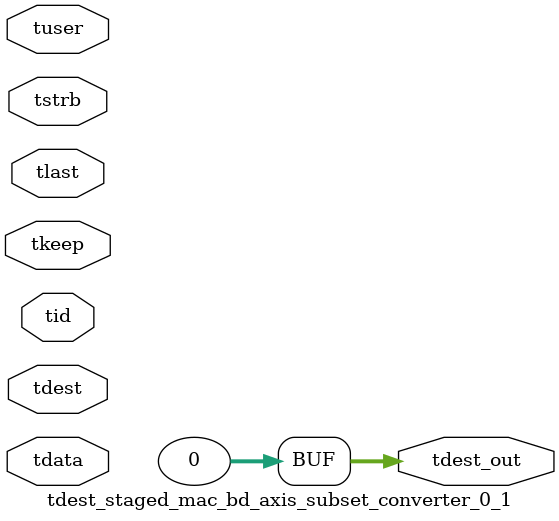
<source format=v>


`timescale 1ps/1ps

module tdest_staged_mac_bd_axis_subset_converter_0_1 #
(
parameter C_S_AXIS_TDATA_WIDTH = 32,
parameter C_S_AXIS_TUSER_WIDTH = 0,
parameter C_S_AXIS_TID_WIDTH   = 0,
parameter C_S_AXIS_TDEST_WIDTH = 0,
parameter C_M_AXIS_TDEST_WIDTH = 32
)
(
input  [(C_S_AXIS_TDATA_WIDTH == 0 ? 1 : C_S_AXIS_TDATA_WIDTH)-1:0     ] tdata,
input  [(C_S_AXIS_TUSER_WIDTH == 0 ? 1 : C_S_AXIS_TUSER_WIDTH)-1:0     ] tuser,
input  [(C_S_AXIS_TID_WIDTH   == 0 ? 1 : C_S_AXIS_TID_WIDTH)-1:0       ] tid,
input  [(C_S_AXIS_TDEST_WIDTH == 0 ? 1 : C_S_AXIS_TDEST_WIDTH)-1:0     ] tdest,
input  [(C_S_AXIS_TDATA_WIDTH/8)-1:0 ] tkeep,
input  [(C_S_AXIS_TDATA_WIDTH/8)-1:0 ] tstrb,
input                                                                    tlast,
output [C_M_AXIS_TDEST_WIDTH-1:0] tdest_out
);

assign tdest_out = {1'b0};

endmodule


</source>
